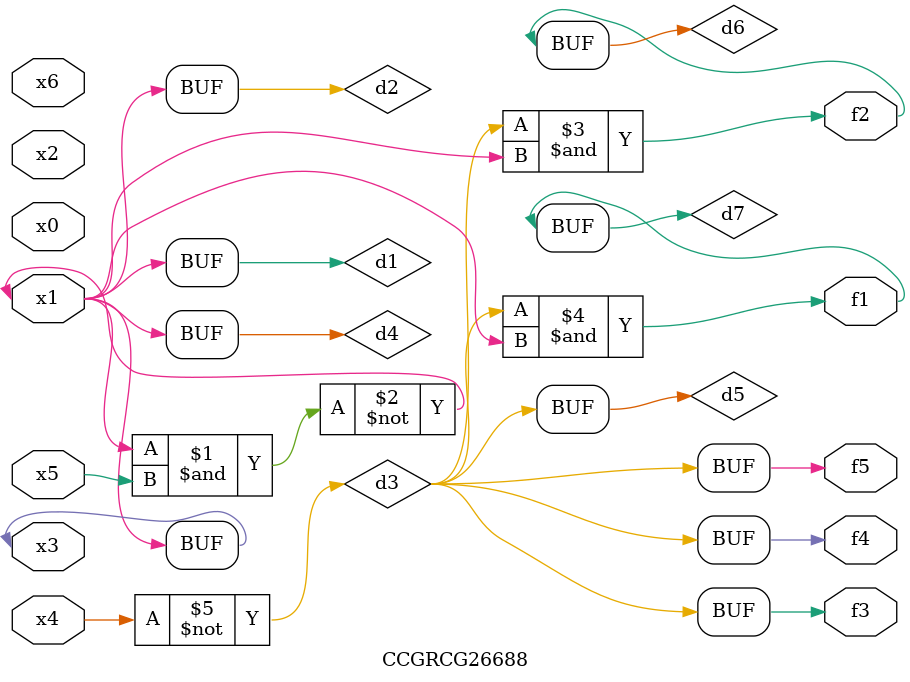
<source format=v>
module CCGRCG26688(
	input x0, x1, x2, x3, x4, x5, x6,
	output f1, f2, f3, f4, f5
);

	wire d1, d2, d3, d4, d5, d6, d7;

	buf (d1, x1, x3);
	nand (d2, x1, x5);
	not (d3, x4);
	buf (d4, d1, d2);
	buf (d5, d3);
	and (d6, d3, d4);
	and (d7, d3, d4);
	assign f1 = d7;
	assign f2 = d6;
	assign f3 = d5;
	assign f4 = d5;
	assign f5 = d5;
endmodule

</source>
